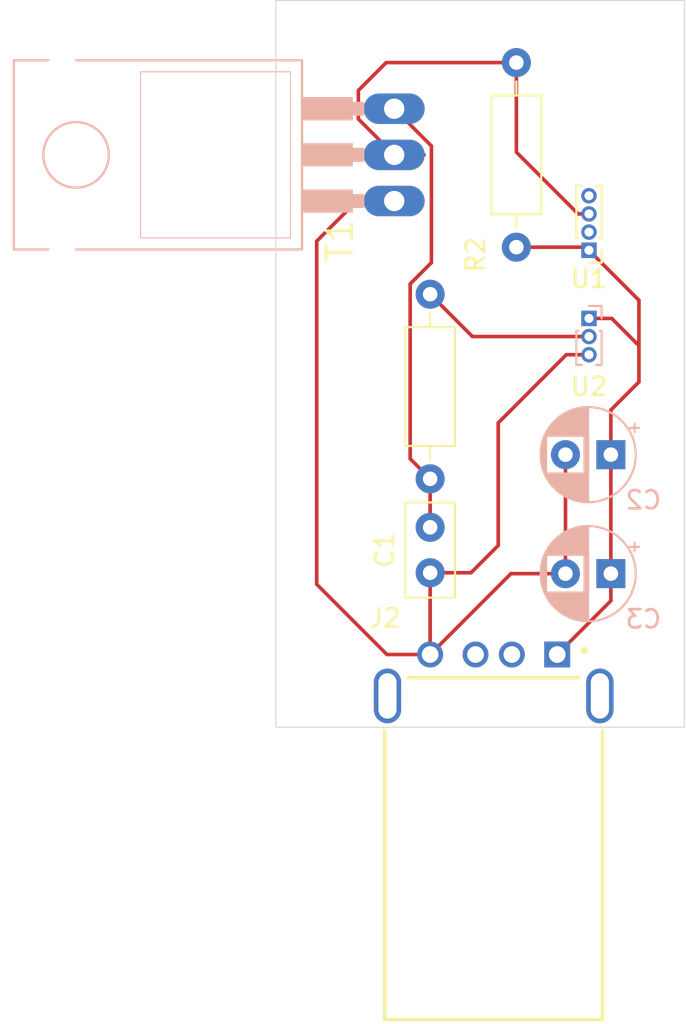
<source format=kicad_pcb>
(kicad_pcb (version 20240108) (generator "pcbnew") (generator_version "8.0")
  (title_block (date "2024-08-25") (rev "A") (company "Rullo Corporation"))
  (layers (0 "F.Cu" signal) (31 "B.Cu" signal) (34 "B.Paste" user) (35 "F.Paste" user) (36 "B.SilkS" user "B.Silkscreen") (37 "F.SilkS" user "F.Silkscreen") (38 "B.Mask" user) (39 "F.Mask" user) (44 "Edge.Cuts" user))
  (net 0 "")
  (net 1 "Net-(C1-Pad2)")
  (net 2 "Net-(U2-SIG)")
  (net 3 "Net-(U1-R)")
  (net 4 "GNDREF")
  (net 5 "VCC")
  (net 8 "Net-(J2-SHIELD-PadS1)")
  (footprint "Resistor_THT:R_Axial_DIN0207_L6.3mm_D2.5mm_P10.16mm_Horizontal" (layer "F.Cu") (at 175.75 70.92 -90)
    (property "Reference" "R2" (at 10.58 2.25 90) (layer "F.SilkS"))
    (property "Value" "10K" (hide yes))
    (fp_line (start 1.81 1.37) (end 8.35 1.37) (stroke (width 0.12)) (layer "F.SilkS"))
    (fp_line (start 8.35 1.37) (end 8.35 -1.37) (stroke (width 0.12)) (layer "F.SilkS"))
    (fp_line (start 1.04 0) (end 1.81 0) (stroke (width 0.12)) (layer "F.SilkS"))
    (fp_line (start 9.12 0) (end 8.35 0) (stroke (width 0.12)) (layer "F.SilkS"))
    (fp_line (start 1.81 -1.37) (end 1.81 1.37) (stroke (width 0.12)) (layer "F.SilkS"))
    (fp_line (start 8.35 -1.37) (end 1.81 -1.37) (stroke (width 0.12)) (layer "F.SilkS"))
    (pad "1" thru_hole circle (at 0 0 270) (size 1.6 1.6) (drill 0.8) (layers "*.Cu" "*.Mask") (net 3 "Net-(U1-R)"))
    (pad "2" thru_hole oval (at 10.16 0 270) (size 1.6 1.6) (drill 0.8) (layers "*.Cu" "*.Mask") (net 5 "VCC"))
  )
  (footprint "Connector_PinHeader_1.00mm:PinHeader_1x04_P1.00mm_Vertical" (layer "F.Cu") (at 179.75 81.25 180)
    (property "Reference" "U1" (at 0 -1.56 0) (layer "F.SilkS"))
    (property "Value" "RGB_STRIP" (hide yes))
    (fp_line (start 0.695 0.685) (end 0.695 3.56) (stroke (width 0.12)) (layer "F.SilkS"))
    (fp_line (start 0.608276 0.685) (end 0.695 0.685) (stroke (width 0.12)) (layer "F.SilkS"))
    (fp_line (start 0.394493 3.56) (end 0.695 3.56) (stroke (width 0.12)) (layer "F.SilkS"))
    (fp_line (start -0.695 3.56) (end -0.394493 3.56) (stroke (width 0.12)) (layer "F.SilkS"))
    (fp_line (start -0.695 0.685) (end -0.608276 0.685) (stroke (width 0.12)) (layer "F.SilkS"))
    (fp_line (start -0.695 0.685) (end -0.695 3.56) (stroke (width 0.12)) (layer "F.SilkS"))
    (fp_line (start -0.695 0) (end -0.695 -0.685) (stroke (width 0.12)) (layer "F.SilkS"))
    (fp_line (start -0.695 -0.685) (end 0 -0.685) (stroke (width 0.12)) (layer "F.SilkS"))
    (pad "1" thru_hole rect (at 0 0 180) (size 0.85 0.85) (drill 0.5) (layers "*.Cu" "*.Mask") (net 5 "VCC"))
    (pad "2" thru_hole oval (at 0 1 180) (size 0.85 0.85) (drill 0.5) (layers "*.Cu" "*.Mask"))
    (pad "3" thru_hole oval (at 0 2 180) (size 0.85 0.85) (drill 0.5) (layers "*.Cu" "*.Mask") (net 3 "Net-(U1-R)"))
    (pad "4" thru_hole oval (at 0 3 180) (size 0.85 0.85) (drill 0.5) (layers "*.Cu" "*.Mask"))
  )
  (footprint "Resistor_THT:R_Axial_DIN0207_L6.3mm_D2.5mm_P10.16mm_Horizontal" (layer "F.Cu") (at 171 83.67 -90)
    (property "Reference" "R1" (hide yes))
    (property "Value" "1K")
    (fp_line (start 1.81 1.37) (end 8.35 1.37) (stroke (width 0.12)) (layer "F.SilkS"))
    (fp_line (start 8.35 1.37) (end 8.35 -1.37) (stroke (width 0.12)) (layer "F.SilkS"))
    (fp_line (start 1.04 0) (end 1.81 0) (stroke (width 0.12)) (layer "F.SilkS"))
    (fp_line (start 9.12 0) (end 8.35 0) (stroke (width 0.12)) (layer "F.SilkS"))
    (fp_line (start 1.81 -1.37) (end 1.81 1.37) (stroke (width 0.12)) (layer "F.SilkS"))
    (fp_line (start 8.35 -1.37) (end 1.81 -1.37) (stroke (width 0.12)) (layer "F.SilkS"))
    (pad "1" thru_hole circle (at 0 0 270) (size 1.6 1.6) (drill 0.8) (layers "*.Cu" "*.Mask") (net 2 "Net-(U2-SIG)"))
    (pad "2" thru_hole oval (at 10.16 0 270) (size 1.6 1.6) (drill 0.8) (layers "*.Cu" "*.Mask") (net 1 "Net-(C1-Pad2)"))
  )
  (footprint "Capacitor_THT:C_Disc_D5.0mm_W2.5mm_P2.50mm" (layer "F.Cu") (at 171 99 90)
    (property "Reference" "C1" (at 1.25 -2.5 90) (layer "F.SilkS"))
    (property "Value" "10nF" (hide yes))
    (fp_line (start 3.87 -1.37) (end 3.87 1.37) (stroke (width 0.12)) (layer "F.SilkS"))
    (fp_line (start -1.37 -1.37) (end 3.87 -1.37) (stroke (width 0.12)) (layer "F.SilkS"))
    (fp_line (start -1.37 -1.37) (end -1.37 1.37) (stroke (width 0.12)) (layer "F.SilkS"))
    (fp_line (start -1.37 1.37) (end 3.87 1.37) (stroke (width 0.12)) (layer "F.SilkS"))
    (pad "1" thru_hole circle (at 0 0 90) (size 1.6 1.6) (drill 0.8) (layers "*.Cu" "*.Mask") (net 4 "GNDREF"))
    (pad "2" thru_hole circle (at 2.5 0 90) (size 1.6 1.6) (drill 0.8) (layers "*.Cu" "*.Mask") (net 1 "Net-(C1-Pad2)"))
  )
  (footprint "02-USB-AM-S-X-X-TH:SAMTEC_USB-AM-S-X-X-TH" (layer "F.Cu") (at 174.5 105.78)
    (property "Reference" "J2" (at -6 -4.28 0) (layer "F.SilkS"))
    (property "Value" "USB-A" (hide yes))
    (fp_line (start -6 17.8) (end -6 1.9) (stroke (width 0.2)) (layer "F.SilkS"))
    (fp_line (start -4.7 -1) (end 4.7 -1) (stroke (width 0.2)) (layer "F.SilkS"))
    (fp_line (start 6 1.9) (end 6 17.8) (stroke (width 0.2)) (layer "F.SilkS"))
    (fp_line (start 6 17.8) (end -6 17.8) (stroke (width 0.2)) (layer "F.SilkS"))
    (fp_circle (center 5 -2.5) (end 5.1 -2.5) (stroke (width 0.2)) (fill none) (layer "F.SilkS"))
    (pad "" np_thru_hole circle (at -2.3 0.35) (size 1.1 1.1) (drill 1.1) (layers "*.Cu" "*.Mask"))
    (pad "" np_thru_hole circle (at 2.3 0.35) (size 1.1 1.1) (drill 1.1) (layers "*.Cu" "*.Mask"))
    (pad "01" thru_hole rect (at 3.5 -2.28) (size 1.428 1.428) (drill 0.92) (layers "*.Cu" "*.Mask") (net 5 "VCC"))
    (pad "02" thru_hole circle (at 1 -2.28) (size 1.428 1.428) (drill 0.92) (layers "*.Cu" "*.Mask"))
    (pad "03" thru_hole circle (at -1 -2.28) (size 1.428 1.428) (drill 0.92) (layers "*.Cu" "*.Mask"))
    (pad "04" thru_hole circle (at -3.5 -2.28) (size 1.428 1.428) (drill 0.92) (layers "*.Cu" "*.Mask") (net 4 "GNDREF"))
    (pad "S1" thru_hole oval (at -5.85 0) (size 1.508 3.016) (drill oval 1 2.5) (layers "*.Cu" "*.Mask") (net 8 "Net-(J2-SHIELD-PadS1)"))
    (pad "S2" thru_hole oval (at 5.85 0) (size 1.508 3.016) (drill oval 1 2.5) (layers "*.Cu" "*.Mask") (net 8 "Net-(J2-SHIELD-PadS1)"))
  )
  (footprint "Capacitor_THT:CP_Radial_D5.0mm_P2.50mm" (layer "B.Cu") (at 180.955113 92.5 180)
    (property "Reference" "C2" (at -1.794888 -2.5 0) (layer "B.SilkS") (effects (justify mirror)))
    (property "Value" "4.7uF" (hide yes))
    (fp_line (start 3.851 -0.284) (end 3.851 0.284) (stroke (width 0.12)) (layer "B.SilkS"))
    (fp_line (start 3.811 -0.518) (end 3.811 0.518) (stroke (width 0.12)) (layer "B.SilkS"))
    (fp_line (start 3.771 -0.677) (end 3.771 0.677) (stroke (width 0.12)) (layer "B.SilkS"))
    (fp_line (start 3.731 -0.805) (end 3.731 0.805) (stroke (width 0.12)) (layer "B.SilkS"))
    (fp_line (start 3.691 -0.915) (end 3.691 0.915) (stroke (width 0.12)) (layer "B.SilkS"))
    (fp_line (start 3.651 -1.011) (end 3.651 1.011) (stroke (width 0.12)) (layer "B.SilkS"))
    (fp_line (start 3.611 -1.098) (end 3.611 1.098) (stroke (width 0.12)) (layer "B.SilkS"))
    (fp_line (start 3.571 -1.178) (end 3.571 1.178) (stroke (width 0.12)) (layer "B.SilkS"))
    (fp_line (start 3.531 1.04) (end 3.531 1.251) (stroke (width 0.12)) (layer "B.SilkS"))
    (fp_line (start 3.531 -1.251) (end 3.531 -1.04) (stroke (width 0.12)) (layer "B.SilkS"))
    (fp_line (start 3.491 1.04) (end 3.491 1.319) (stroke (width 0.12)) (layer "B.SilkS"))
    (fp_line (start 3.491 -1.319) (end 3.491 -1.04) (stroke (width 0.12)) (layer "B.SilkS"))
    (fp_line (start 3.451 1.04) (end 3.451 1.383) (stroke (width 0.12)) (layer "B.SilkS"))
    (fp_line (start 3.451 -1.383) (end 3.451 -1.04) (stroke (width 0.12)) (layer "B.SilkS"))
    (fp_line (start 3.411 1.04) (end 3.411 1.443) (stroke (width 0.12)) (layer "B.SilkS"))
    (fp_line (start 3.411 -1.443) (end 3.411 -1.04) (stroke (width 0.12)) (layer "B.SilkS"))
    (fp_line (start 3.371 1.04) (end 3.371 1.5) (stroke (width 0.12)) (layer "B.SilkS"))
    (fp_line (start 3.371 -1.5) (end 3.371 -1.04) (stroke (width 0.12)) (layer "B.SilkS"))
    (fp_line (start 3.331 1.04) (end 3.331 1.554) (stroke (width 0.12)) (layer "B.SilkS"))
    (fp_line (start 3.331 -1.554) (end 3.331 -1.04) (stroke (width 0.12)) (layer "B.SilkS"))
    (fp_line (start 3.291 1.04) (end 3.291 1.605) (stroke (width 0.12)) (layer "B.SilkS"))
    (fp_line (start 3.291 -1.605) (end 3.291 -1.04) (stroke (width 0.12)) (layer "B.SilkS"))
    (fp_line (start 3.251 1.04) (end 3.251 1.653) (stroke (width 0.12)) (layer "B.SilkS"))
    (fp_line (start 3.251 -1.653) (end 3.251 -1.04) (stroke (width 0.12)) (layer "B.SilkS"))
    (fp_line (start 3.211 1.04) (end 3.211 1.699) (stroke (width 0.12)) (layer "B.SilkS"))
    (fp_line (start 3.211 -1.699) (end 3.211 -1.04) (stroke (width 0.12)) (layer "B.SilkS"))
    (fp_line (start 3.171 1.04) (end 3.171 1.743) (stroke (width 0.12)) (layer "B.SilkS"))
    (fp_line (start 3.171 -1.743) (end 3.171 -1.04) (stroke (width 0.12)) (layer "B.SilkS"))
    (fp_line (start 3.131 1.04) (end 3.131 1.785) (stroke (width 0.12)) (layer "B.SilkS"))
    (fp_line (start 3.131 -1.785) (end 3.131 -1.04) (stroke (width 0.12)) (layer "B.SilkS"))
    (fp_line (start 3.091 1.04) (end 3.091 1.826) (stroke (width 0.12)) (layer "B.SilkS"))
    (fp_line (start 3.091 -1.826) (end 3.091 -1.04) (stroke (width 0.12)) (layer "B.SilkS"))
    (fp_line (start 3.051 1.04) (end 3.051 1.864) (stroke (width 0.12)) (layer "B.SilkS"))
    (fp_line (start 3.051 -1.864) (end 3.051 -1.04) (stroke (width 0.12)) (layer "B.SilkS"))
    (fp_line (start 3.011 1.04) (end 3.011 1.901) (stroke (width 0.12)) (layer "B.SilkS"))
    (fp_line (start 3.011 -1.901) (end 3.011 -1.04) (stroke (width 0.12)) (layer "B.SilkS"))
    (fp_line (start 2.971 1.04) (end 2.971 1.937) (stroke (width 0.12)) (layer "B.SilkS"))
    (fp_line (start 2.971 -1.937) (end 2.971 -1.04) (stroke (width 0.12)) (layer "B.SilkS"))
    (fp_line (start 2.931 1.04) (end 2.931 1.971) (stroke (width 0.12)) (layer "B.SilkS"))
    (fp_line (start 2.931 -1.971) (end 2.931 -1.04) (stroke (width 0.12)) (layer "B.SilkS"))
    (fp_line (start 2.891 1.04) (end 2.891 2.004) (stroke (width 0.12)) (layer "B.SilkS"))
    (fp_line (start 2.891 -2.004) (end 2.891 -1.04) (stroke (width 0.12)) (layer "B.SilkS"))
    (fp_line (start 2.851 1.04) (end 2.851 2.035) (stroke (width 0.12)) (layer "B.SilkS"))
    (fp_line (start 2.851 -2.035) (end 2.851 -1.04) (stroke (width 0.12)) (layer "B.SilkS"))
    (fp_line (start 2.811 1.04) (end 2.811 2.065) (stroke (width 0.12)) (layer "B.SilkS"))
    (fp_line (start 2.811 -2.065) (end 2.811 -1.04) (stroke (width 0.12)) (layer "B.SilkS"))
    (fp_line (start 2.771 1.04) (end 2.771 2.095) (stroke (width 0.12)) (layer "B.SilkS"))
    (fp_line (start 2.771 -2.095) (end 2.771 -1.04) (stroke (width 0.12)) (layer "B.SilkS"))
    (fp_line (start 2.731 1.04) (end 2.731 2.122) (stroke (width 0.12)) (layer "B.SilkS"))
    (fp_line (start 2.731 -2.122) (end 2.731 -1.04) (stroke (width 0.12)) (layer "B.SilkS"))
    (fp_line (start 2.691 1.04) (end 2.691 2.149) (stroke (width 0.12)) (layer "B.SilkS"))
    (fp_line (start 2.691 -2.149) (end 2.691 -1.04) (stroke (width 0.12)) (layer "B.SilkS"))
    (fp_line (start 2.651 1.04) (end 2.651 2.175) (stroke (width 0.12)) (layer "B.SilkS"))
    (fp_line (start 2.651 -2.175) (end 2.651 -1.04) (stroke (width 0.12)) (layer "B.SilkS"))
    (fp_line (start 2.611 1.04) (end 2.611 2.2) (stroke (width 0.12)) (layer "B.SilkS"))
    (fp_line (start 2.611 -2.2) (end 2.611 -1.04) (stroke (width 0.12)) (layer "B.SilkS"))
    (fp_line (start 2.571 1.04) (end 2.571 2.224) (stroke (width 0.12)) (layer "B.SilkS"))
    (fp_line (start 2.571 -2.224) (end 2.571 -1.04) (stroke (width 0.12)) (layer "B.SilkS"))
    (fp_line (start 2.531 1.04) (end 2.531 2.247) (stroke (width 0.12)) (layer "B.SilkS"))
    (fp_line (start 2.531 -2.247) (end 2.531 -1.04) (stroke (width 0.12)) (layer "B.SilkS"))
    (fp_line (start 2.491 1.04) (end 2.491 2.268) (stroke (width 0.12)) (layer "B.SilkS"))
    (fp_line (start 2.491 -2.268) (end 2.491 -1.04) (stroke (width 0.12)) (layer "B.SilkS"))
    (fp_line (start 2.451 1.04) (end 2.451 2.29) (stroke (width 0.12)) (layer "B.SilkS"))
    (fp_line (start 2.451 -2.29) (end 2.451 -1.04) (stroke (width 0.12)) (layer "B.SilkS"))
    (fp_line (start 2.411 1.04) (end 2.411 2.31) (stroke (width 0.12)) (layer "B.SilkS"))
    (fp_line (start 2.411 -2.31) (end 2.411 -1.04) (stroke (width 0.12)) (layer "B.SilkS"))
    (fp_line (start 2.371 1.04) (end 2.371 2.329) (stroke (width 0.12)) (layer "B.SilkS"))
    (fp_line (start 2.371 -2.329) (end 2.371 -1.04) (stroke (width 0.12)) (layer "B.SilkS"))
    (fp_line (start 2.331 1.04) (end 2.331 2.348) (stroke (width 0.12)) (layer "B.SilkS"))
    (fp_line (start 2.331 -2.348) (end 2.331 -1.04) (stroke (width 0.12)) (layer "B.SilkS"))
    (fp_line (start 2.291 1.04) (end 2.291 2.365) (stroke (width 0.12)) (layer "B.SilkS"))
    (fp_line (start 2.291 -2.365) (end 2.291 -1.04) (stroke (width 0.12)) (layer "B.SilkS"))
    (fp_line (start 2.251 1.04) (end 2.251 2.382) (stroke (width 0.12)) (layer "B.SilkS"))
    (fp_line (start 2.251 -2.382) (end 2.251 -1.04) (stroke (width 0.12)) (layer "B.SilkS"))
    (fp_line (start 2.211 1.04) (end 2.211 2.398) (stroke (width 0.12)) (layer "B.SilkS"))
    (fp_line (start 2.211 -2.398) (end 2.211 -1.04) (stroke (width 0.12)) (layer "B.SilkS"))
    (fp_line (start 2.171 1.04) (end 2.171 2.414) (stroke (width 0.12)) (layer "B.SilkS"))
    (fp_line (start 2.171 -2.414) (end 2.171 -1.04) (stroke (width 0.12)) (layer "B.SilkS"))
    (fp_line (start 2.131 1.04) (end 2.131 2.428) (stroke (width 0.12)) (layer "B.SilkS"))
    (fp_line (start 2.131 -2.428) (end 2.131 -1.04) (stroke (width 0.12)) (layer "B.SilkS"))
    (fp_line (start 2.091 1.04) (end 2.091 2.442) (stroke (width 0.12)) (layer "B.SilkS"))
    (fp_line (start 2.091 -2.442) (end 2.091 -1.04) (stroke (width 0.12)) (layer "B.SilkS"))
    (fp_line (start 2.051 1.04) (end 2.051 2.455) (stroke (width 0.12)) (layer "B.SilkS"))
    (fp_line (start 2.051 -2.455) (end 2.051 -1.04) (stroke (width 0.12)) (layer "B.SilkS"))
    (fp_line (start 2.011 1.04) (end 2.011 2.468) (stroke (width 0.12)) (layer "B.SilkS"))
    (fp_line (start 2.011 -2.468) (end 2.011 -1.04) (stroke (width 0.12)) (layer "B.SilkS"))
    (fp_line (start 1.971 1.04) (end 1.971 2.48) (stroke (width 0.12)) (layer "B.SilkS"))
    (fp_line (start 1.971 -2.48) (end 1.971 -1.04) (stroke (width 0.12)) (layer "B.SilkS"))
    (fp_line (start 1.93 1.04) (end 1.93 2.491) (stroke (width 0.12)) (layer "B.SilkS"))
    (fp_line (start 1.93 -2.491) (end 1.93 -1.04) (stroke (width 0.12)) (layer "B.SilkS"))
    (fp_line (start 1.89 1.04) (end 1.89 2.501) (stroke (width 0.12)) (layer "B.SilkS"))
    (fp_line (start 1.89 -2.501) (end 1.89 -1.04) (stroke (width 0.12)) (layer "B.SilkS"))
    (fp_line (start 1.85 1.04) (end 1.85 2.511) (stroke (width 0.12)) (layer "B.SilkS"))
    (fp_line (start 1.85 -2.511) (end 1.85 -1.04) (stroke (width 0.12)) (layer "B.SilkS"))
    (fp_line (start 1.81 1.04) (end 1.81 2.52) (stroke (width 0.12)) (layer "B.SilkS"))
    (fp_line (start 1.81 -2.52) (end 1.81 -1.04) (stroke (width 0.12)) (layer "B.SilkS"))
    (fp_line (start 1.77 1.04) (end 1.77 2.528) (stroke (width 0.12)) (layer "B.SilkS"))
    (fp_line (start 1.77 -2.528) (end 1.77 -1.04) (stroke (width 0.12)) (layer "B.SilkS"))
    (fp_line (start 1.73 1.04) (end 1.73 2.536) (stroke (width 0.12)) (layer "B.SilkS"))
    (fp_line (start 1.73 -2.536) (end 1.73 -1.04) (stroke (width 0.12)) (layer "B.SilkS"))
    (fp_line (start 1.69 1.04) (end 1.69 2.543) (stroke (width 0.12)) (layer "B.SilkS"))
    (fp_line (start 1.69 -2.543) (end 1.69 -1.04) (stroke (width 0.12)) (layer "B.SilkS"))
    (fp_line (start 1.65 1.04) (end 1.65 2.55) (stroke (width 0.12)) (layer "B.SilkS"))
    (fp_line (start 1.65 -2.55) (end 1.65 -1.04) (stroke (width 0.12)) (layer "B.SilkS"))
    (fp_line (start 1.61 1.04) (end 1.61 2.556) (stroke (width 0.12)) (layer "B.SilkS"))
    (fp_line (start 1.61 -2.556) (end 1.61 -1.04) (stroke (width 0.12)) (layer "B.SilkS"))
    (fp_line (start 1.57 1.04) (end 1.57 2.561) (stroke (width 0.12)) (layer "B.SilkS"))
    (fp_line (start 1.57 -2.561) (end 1.57 -1.04) (stroke (width 0.12)) (layer "B.SilkS"))
    (fp_line (start 1.53 1.04) (end 1.53 2.565) (stroke (width 0.12)) (layer "B.SilkS"))
    (fp_line (start 1.53 -2.565) (end 1.53 -1.04) (stroke (width 0.12)) (layer "B.SilkS"))
    (fp_line (start 1.49 1.04) (end 1.49 2.569) (stroke (width 0.12)) (layer "B.SilkS"))
    (fp_line (start 1.49 -2.569) (end 1.49 -1.04) (stroke (width 0.12)) (layer "B.SilkS"))
    (fp_line (start 1.45 -2.573) (end 1.45 2.573) (stroke (width 0.12)) (layer "B.SilkS"))
    (fp_line (start 1.41 -2.576) (end 1.41 2.576) (stroke (width 0.12)) (layer "B.SilkS"))
    (fp_line (start 1.37 -2.578) (end 1.37 2.578) (stroke (width 0.12)) (layer "B.SilkS"))
    (fp_line (start 1.33 -2.579) (end 1.33 2.579) (stroke (width 0.12)) (layer "B.SilkS"))
    (fp_line (start 1.29 -2.58) (end 1.29 2.58) (stroke (width 0.12)) (layer "B.SilkS"))
    (fp_line (start 1.25 -2.58) (end 1.25 2.58) (stroke (width 0.12)) (layer "B.SilkS"))
    (fp_line (start -1.054775 1.475) (end -1.554775 1.475) (stroke (width 0.12)) (layer "B.SilkS"))
    (fp_line (start -1.304775 1.225) (end -1.304775 1.725) (stroke (width 0.12)) (layer "B.SilkS"))
    (fp_circle (center 1.25 0) (end 3.87 0) (stroke (width 0.12)) (fill none) (layer "B.SilkS"))
    (pad "1" thru_hole rect (at 0 0 180) (size 1.6 1.6) (drill 0.8) (layers "*.Cu" "*.Mask") (net 5 "VCC"))
    (pad "2" thru_hole circle (at 2.5 0 180) (size 1.6 1.6) (drill 0.8) (layers "*.Cu" "*.Mask") (net 4 "GNDREF"))
  )
  (footprint "01-TIP122:TIP122" (layer "B.Cu") (at 162.6703 76 -90)
    (property "Reference" "T1" (at 4.71 -3.35 -90) (layer "F.SilkS") (effects (font (size 1.401551 1.401551))))
    (property "Value" "TIP122" (hide yes))
    (fp_line (start -5.207 14.605) (end 5.207 14.605) (stroke (width 0.127)) (layer "B.SilkS"))
    (fp_line (start -5.207 14.605) (end -5.207 12.7) (stroke (width 0.127)) (layer "B.SilkS"))
    (fp_line (start 5.207 14.605) (end 5.207 12.7) (stroke (width 0.127)) (layer "B.SilkS"))
    (fp_line (start -5.207 11.176) (end -5.207 -1.27) (stroke (width 0.127)) (layer "B.SilkS"))
    (fp_line (start 5.207 11.176) (end 5.207 -1.27) (stroke (width 0.127)) (layer "B.SilkS"))
    (fp_line (start -4.572 7.62) (end 4.572 7.62) (stroke (width 0.0508)) (layer "B.SilkS"))
    (fp_line (start -4.572 7.62) (end -4.572 -0.635) (stroke (width 0.0508)) (layer "B.SilkS"))
    (fp_line (start 4.572 -0.635) (end 4.572 7.62) (stroke (width 0.0508)) (layer "B.SilkS"))
    (fp_line (start 4.572 -0.635) (end -4.572 -0.635) (stroke (width 0.0508)) (layer "B.SilkS"))
    (fp_line (start 5.207 -1.27) (end -5.207 -1.27) (stroke (width 0.127)) (layer "B.SilkS"))
    (fp_circle (center 0 11.176) (end 1.8034 11.176) (stroke (width 0.127)) (fill none) (layer "B.SilkS"))
    (fp_poly (pts (xy -3.17996 -1.27) (xy -1.905 -1.27) (xy -1.905 -4.07035) (xy -3.17996 -4.07035)) (stroke (width 0.01)) (fill solid) (layer "B.SilkS"))
    (fp_poly (pts (xy -0.635634 -1.27) (xy 0.635 -1.27) (xy 0.635 -4.06806) (xy -0.635634 -4.06806)) (stroke (width 0.01)) (fill solid) (layer "B.SilkS"))
    (fp_poly (pts (xy 1.90647 -1.27) (xy 3.175 -1.27) (xy 3.175 -4.06714) (xy 1.90647 -4.06714)) (stroke (width 0.01)) (fill solid) (layer "B.SilkS"))
    (fp_poly (pts (xy -2.92176 -4.064) (xy -2.159 -4.064) (xy -2.159 -4.70022) (xy -2.92176 -4.70022)) (stroke (width 0.01)) (fill solid) (layer "B.SilkS"))
    (fp_poly (pts (xy -0.381187 -4.064) (xy 0.381 -4.064) (xy 0.381 -4.70131) (xy -0.381187 -4.70131)) (stroke (width 0.01)) (fill solid) (layer "B.SilkS"))
    (fp_poly (pts (xy 2.15964 -4.064) (xy 2.921 -4.064) (xy 2.921 -4.70038) (xy 2.15964 -4.70038)) (stroke (width 0.01)) (fill solid) (layer "B.SilkS"))
    (pad "" np_thru_hole circle (at 0 11.176 270) (size 3.302 3.302) (drill 3.302) (layers "*.Cu" "*.Mask"))
    (pad "1" thru_hole oval (at -2.54 -6.35 270) (size 1.6764 3.3528) (drill 1.1176) (layers "*.Cu" "*.Mask") (net 1 "Net-(C1-Pad2)"))
    (pad "2" thru_hole oval (at 0 -6.35 270) (size 1.6764 3.3528) (drill 1.1176) (layers "*.Cu" "*.Mask") (net 3 "Net-(U1-R)"))
    (pad "3" thru_hole oval (at 2.54 -6.35 270) (size 1.6764 3.3528) (drill 1.1176) (layers "*.Cu" "*.Mask") (net 4 "GNDREF"))
  )
  (footprint "Capacitor_THT:CP_Radial_D5.0mm_P2.50mm" (layer "B.Cu") (at 180.955113 99.05 180)
    (property "Reference" "C3" (at -1.794888 -2.5 0) (layer "B.SilkS") (effects (justify mirror)))
    (property "Value" "100nF" (hide yes))
    (fp_line (start 3.851 -0.284) (end 3.851 0.284) (stroke (width 0.12)) (layer "B.SilkS"))
    (fp_line (start 3.811 -0.518) (end 3.811 0.518) (stroke (width 0.12)) (layer "B.SilkS"))
    (fp_line (start 3.771 -0.677) (end 3.771 0.677) (stroke (width 0.12)) (layer "B.SilkS"))
    (fp_line (start 3.731 -0.805) (end 3.731 0.805) (stroke (width 0.12)) (layer "B.SilkS"))
    (fp_line (start 3.691 -0.915) (end 3.691 0.915) (stroke (width 0.12)) (layer "B.SilkS"))
    (fp_line (start 3.651 -1.011) (end 3.651 1.011) (stroke (width 0.12)) (layer "B.SilkS"))
    (fp_line (start 3.611 -1.098) (end 3.611 1.098) (stroke (width 0.12)) (layer "B.SilkS"))
    (fp_line (start 3.571 -1.178) (end 3.571 1.178) (stroke (width 0.12)) (layer "B.SilkS"))
    (fp_line (start 3.531 1.04) (end 3.531 1.251) (stroke (width 0.12)) (layer "B.SilkS"))
    (fp_line (start 3.531 -1.251) (end 3.531 -1.04) (stroke (width 0.12)) (layer "B.SilkS"))
    (fp_line (start 3.491 1.04) (end 3.491 1.319) (stroke (width 0.12)) (layer "B.SilkS"))
    (fp_line (start 3.491 -1.319) (end 3.491 -1.04) (stroke (width 0.12)) (layer "B.SilkS"))
    (fp_line (start 3.451 1.04) (end 3.451 1.383) (stroke (width 0.12)) (layer "B.SilkS"))
    (fp_line (start 3.451 -1.383) (end 3.451 -1.04) (stroke (width 0.12)) (layer "B.SilkS"))
    (fp_line (start 3.411 1.04) (end 3.411 1.443) (stroke (width 0.12)) (layer "B.SilkS"))
    (fp_line (start 3.411 -1.443) (end 3.411 -1.04) (stroke (width 0.12)) (layer "B.SilkS"))
    (fp_line (start 3.371 1.04) (end 3.371 1.5) (stroke (width 0.12)) (layer "B.SilkS"))
    (fp_line (start 3.371 -1.5) (end 3.371 -1.04) (stroke (width 0.12)) (layer "B.SilkS"))
    (fp_line (start 3.331 1.04) (end 3.331 1.554) (stroke (width 0.12)) (layer "B.SilkS"))
    (fp_line (start 3.331 -1.554) (end 3.331 -1.04) (stroke (width 0.12)) (layer "B.SilkS"))
    (fp_line (start 3.291 1.04) (end 3.291 1.605) (stroke (width 0.12)) (layer "B.SilkS"))
    (fp_line (start 3.291 -1.605) (end 3.291 -1.04) (stroke (width 0.12)) (layer "B.SilkS"))
    (fp_line (start 3.251 1.04) (end 3.251 1.653) (stroke (width 0.12)) (layer "B.SilkS"))
    (fp_line (start 3.251 -1.653) (end 3.251 -1.04) (stroke (width 0.12)) (layer "B.SilkS"))
    (fp_line (start 3.211 1.04) (end 3.211 1.699) (stroke (width 0.12)) (layer "B.SilkS"))
    (fp_line (start 3.211 -1.699) (end 3.211 -1.04) (stroke (width 0.12)) (layer "B.SilkS"))
    (fp_line (start 3.171 1.04) (end 3.171 1.743) (stroke (width 0.12)) (layer "B.SilkS"))
    (fp_line (start 3.171 -1.743) (end 3.171 -1.04) (stroke (width 0.12)) (layer "B.SilkS"))
    (fp_line (start 3.131 1.04) (end 3.131 1.785) (stroke (width 0.12)) (layer "B.SilkS"))
    (fp_line (start 3.131 -1.785) (end 3.131 -1.04) (stroke (width 0.12)) (layer "B.SilkS"))
    (fp_line (start 3.091 1.04) (end 3.091 1.826) (stroke (width 0.12)) (layer "B.SilkS"))
    (fp_line (start 3.091 -1.826) (end 3.091 -1.04) (stroke (width 0.12)) (layer "B.SilkS"))
    (fp_line (start 3.051 1.04) (end 3.051 1.864) (stroke (width 0.12)) (layer "B.SilkS"))
    (fp_line (start 3.051 -1.864) (end 3.051 -1.04) (stroke (width 0.12)) (layer "B.SilkS"))
    (fp_line (start 3.011 1.04) (end 3.011 1.901) (stroke (width 0.12)) (layer "B.SilkS"))
    (fp_line (start 3.011 -1.901) (end 3.011 -1.04) (stroke (width 0.12)) (layer "B.SilkS"))
    (fp_line (start 2.971 1.04) (end 2.971 1.937) (stroke (width 0.12)) (layer "B.SilkS"))
    (fp_line (start 2.971 -1.937) (end 2.971 -1.04) (stroke (width 0.12)) (layer "B.SilkS"))
    (fp_line (start 2.931 1.04) (end 2.931 1.971) (stroke (width 0.12)) (layer "B.SilkS"))
    (fp_line (start 2.931 -1.971) (end 2.931 -1.04) (stroke (width 0.12)) (layer "B.SilkS"))
    (fp_line (start 2.891 1.04) (end 2.891 2.004) (stroke (width 0.12)) (layer "B.SilkS"))
    (fp_line (start 2.891 -2.004) (end 2.891 -1.04) (stroke (width 0.12)) (layer "B.SilkS"))
    (fp_line (start 2.851 1.04) (end 2.851 2.035) (stroke (width 0.12)) (layer "B.SilkS"))
    (fp_line (start 2.851 -2.035) (end 2.851 -1.04) (stroke (width 0.12)) (layer "B.SilkS"))
    (fp_line (start 2.811 1.04) (end 2.811 2.065) (stroke (width 0.12)) (layer "B.SilkS"))
    (fp_line (start 2.811 -2.065) (end 2.811 -1.04) (stroke (width 0.12)) (layer "B.SilkS"))
    (fp_line (start 2.771 1.04) (end 2.771 2.095) (stroke (width 0.12)) (layer "B.SilkS"))
    (fp_line (start 2.771 -2.095) (end 2.771 -1.04) (stroke (width 0.12)) (layer "B.SilkS"))
    (fp_line (start 2.731 1.04) (end 2.731 2.122) (stroke (width 0.12)) (layer "B.SilkS"))
    (fp_line (start 2.731 -2.122) (end 2.731 -1.04) (stroke (width 0.12)) (layer "B.SilkS"))
    (fp_line (start 2.691 1.04) (end 2.691 2.149) (stroke (width 0.12)) (layer "B.SilkS"))
    (fp_line (start 2.691 -2.149) (end 2.691 -1.04) (stroke (width 0.12)) (layer "B.SilkS"))
    (fp_line (start 2.651 1.04) (end 2.651 2.175) (stroke (width 0.12)) (layer "B.SilkS"))
    (fp_line (start 2.651 -2.175) (end 2.651 -1.04) (stroke (width 0.12)) (layer "B.SilkS"))
    (fp_line (start 2.611 1.04) (end 2.611 2.2) (stroke (width 0.12)) (layer "B.SilkS"))
    (fp_line (start 2.611 -2.2) (end 2.611 -1.04) (stroke (width 0.12)) (layer "B.SilkS"))
    (fp_line (start 2.571 1.04) (end 2.571 2.224) (stroke (width 0.12)) (layer "B.SilkS"))
    (fp_line (start 2.571 -2.224) (end 2.571 -1.04) (stroke (width 0.12)) (layer "B.SilkS"))
    (fp_line (start 2.531 1.04) (end 2.531 2.247) (stroke (width 0.12)) (layer "B.SilkS"))
    (fp_line (start 2.531 -2.247) (end 2.531 -1.04) (stroke (width 0.12)) (layer "B.SilkS"))
    (fp_line (start 2.491 1.04) (end 2.491 2.268) (stroke (width 0.12)) (layer "B.SilkS"))
    (fp_line (start 2.491 -2.268) (end 2.491 -1.04) (stroke (width 0.12)) (layer "B.SilkS"))
    (fp_line (start 2.451 1.04) (end 2.451 2.29) (stroke (width 0.12)) (layer "B.SilkS"))
    (fp_line (start 2.451 -2.29) (end 2.451 -1.04) (stroke (width 0.12)) (layer "B.SilkS"))
    (fp_line (start 2.411 1.04) (end 2.411 2.31) (stroke (width 0.12)) (layer "B.SilkS"))
    (fp_line (start 2.411 -2.31) (end 2.411 -1.04) (stroke (width 0.12)) (layer "B.SilkS"))
    (fp_line (start 2.371 1.04) (end 2.371 2.329) (stroke (width 0.12)) (layer "B.SilkS"))
    (fp_line (start 2.371 -2.329) (end 2.371 -1.04) (stroke (width 0.12)) (layer "B.SilkS"))
    (fp_line (start 2.331 1.04) (end 2.331 2.348) (stroke (width 0.12)) (layer "B.SilkS"))
    (fp_line (start 2.331 -2.348) (end 2.331 -1.04) (stroke (width 0.12)) (layer "B.SilkS"))
    (fp_line (start 2.291 1.04) (end 2.291 2.365) (stroke (width 0.12)) (layer "B.SilkS"))
    (fp_line (start 2.291 -2.365) (end 2.291 -1.04) (stroke (width 0.12)) (layer "B.SilkS"))
    (fp_line (start 2.251 1.04) (end 2.251 2.382) (stroke (width 0.12)) (layer "B.SilkS"))
    (fp_line (start 2.251 -2.382) (end 2.251 -1.04) (stroke (width 0.12)) (layer "B.SilkS"))
    (fp_line (start 2.211 1.04) (end 2.211 2.398) (stroke (width 0.12)) (layer "B.SilkS"))
    (fp_line (start 2.211 -2.398) (end 2.211 -1.04) (stroke (width 0.12)) (layer "B.SilkS"))
    (fp_line (start 2.171 1.04) (end 2.171 2.414) (stroke (width 0.12)) (layer "B.SilkS"))
    (fp_line (start 2.171 -2.414) (end 2.171 -1.04) (stroke (width 0.12)) (layer "B.SilkS"))
    (fp_line (start 2.131 1.04) (end 2.131 2.428) (stroke (width 0.12)) (layer "B.SilkS"))
    (fp_line (start 2.131 -2.428) (end 2.131 -1.04) (stroke (width 0.12)) (layer "B.SilkS"))
    (fp_line (start 2.091 1.04) (end 2.091 2.442) (stroke (width 0.12)) (layer "B.SilkS"))
    (fp_line (start 2.091 -2.442) (end 2.091 -1.04) (stroke (width 0.12)) (layer "B.SilkS"))
    (fp_line (start 2.051 1.04) (end 2.051 2.455) (stroke (width 0.12)) (layer "B.SilkS"))
    (fp_line (start 2.051 -2.455) (end 2.051 -1.04) (stroke (width 0.12)) (layer "B.SilkS"))
    (fp_line (start 2.011 1.04) (end 2.011 2.468) (stroke (width 0.12)) (layer "B.SilkS"))
    (fp_line (start 2.011 -2.468) (end 2.011 -1.04) (stroke (width 0.12)) (layer "B.SilkS"))
    (fp_line (start 1.971 1.04) (end 1.971 2.48) (stroke (width 0.12)) (layer "B.SilkS"))
    (fp_line (start 1.971 -2.48) (end 1.971 -1.04) (stroke (width 0.12)) (layer "B.SilkS"))
    (fp_line (start 1.93 1.04) (end 1.93 2.491) (stroke (width 0.12)) (layer "B.SilkS"))
    (fp_line (start 1.93 -2.491) (end 1.93 -1.04) (stroke (width 0.12)) (layer "B.SilkS"))
    (fp_line (start 1.89 1.04) (end 1.89 2.501) (stroke (width 0.12)) (layer "B.SilkS"))
    (fp_line (start 1.89 -2.501) (end 1.89 -1.04) (stroke (width 0.12)) (layer "B.SilkS"))
    (fp_line (start 1.85 1.04) (end 1.85 2.511) (stroke (width 0.12)) (layer "B.SilkS"))
    (fp_line (start 1.85 -2.511) (end 1.85 -1.04) (stroke (width 0.12)) (layer "B.SilkS"))
    (fp_line (start 1.81 1.04) (end 1.81 2.52) (stroke (width 0.12)) (layer "B.SilkS"))
    (fp_line (start 1.81 -2.52) (end 1.81 -1.04) (stroke (width 0.12)) (layer "B.SilkS"))
    (fp_line (start 1.77 1.04) (end 1.77 2.528) (stroke (width 0.12)) (layer "B.SilkS"))
    (fp_line (start 1.77 -2.528) (end 1.77 -1.04) (stroke (width 0.12)) (layer "B.SilkS"))
    (fp_line (start 1.73 1.04) (end 1.73 2.536) (stroke (width 0.12)) (layer "B.SilkS"))
    (fp_line (start 1.73 -2.536) (end 1.73 -1.04) (stroke (width 0.12)) (layer "B.SilkS"))
    (fp_line (start 1.69 1.04) (end 1.69 2.543) (stroke (width 0.12)) (layer "B.SilkS"))
    (fp_line (start 1.69 -2.543) (end 1.69 -1.04) (stroke (width 0.12)) (layer "B.SilkS"))
    (fp_line (start 1.65 1.04) (end 1.65 2.55) (stroke (width 0.12)) (layer "B.SilkS"))
    (fp_line (start 1.65 -2.55) (end 1.65 -1.04) (stroke (width 0.12)) (layer "B.SilkS"))
    (fp_line (start 1.61 1.04) (end 1.61 2.556) (stroke (width 0.12)) (layer "B.SilkS"))
    (fp_line (start 1.61 -2.556) (end 1.61 -1.04) (stroke (width 0.12)) (layer "B.SilkS"))
    (fp_line (start 1.57 1.04) (end 1.57 2.561) (stroke (width 0.12)) (layer "B.SilkS"))
    (fp_line (start 1.57 -2.561) (end 1.57 -1.04) (stroke (width 0.12)) (layer "B.SilkS"))
    (fp_line (start 1.53 1.04) (end 1.53 2.565) (stroke (width 0.12)) (layer "B.SilkS"))
    (fp_line (start 1.53 -2.565) (end 1.53 -1.04) (stroke (width 0.12)) (layer "B.SilkS"))
    (fp_line (start 1.49 1.04) (end 1.49 2.569) (stroke (width 0.12)) (layer "B.SilkS"))
    (fp_line (start 1.49 -2.569) (end 1.49 -1.04) (stroke (width 0.12)) (layer "B.SilkS"))
    (fp_line (start 1.45 -2.573) (end 1.45 2.573) (stroke (width 0.12)) (layer "B.SilkS"))
    (fp_line (start 1.41 -2.576) (end 1.41 2.576) (stroke (width 0.12)) (layer "B.SilkS"))
    (fp_line (start 1.37 -2.578) (end 1.37 2.578) (stroke (width 0.12)) (layer "B.SilkS"))
    (fp_line (start 1.33 -2.579) (end 1.33 2.579) (stroke (width 0.12)) (layer "B.SilkS"))
    (fp_line (start 1.29 -2.58) (end 1.29 2.58) (stroke (width 0.12)) (layer "B.SilkS"))
    (fp_line (start 1.25 -2.58) (end 1.25 2.58) (stroke (width 0.12)) (layer "B.SilkS"))
    (fp_line (start -1.054775 1.475) (end -1.554775 1.475) (stroke (width 0.12)) (layer "B.SilkS"))
    (fp_line (start -1.304775 1.225) (end -1.304775 1.725) (stroke (width 0.12)) (layer "B.SilkS"))
    (fp_circle (center 1.25 0) (end 3.87 0) (stroke (width 0.12)) (fill none) (layer "B.SilkS"))
    (pad "1" thru_hole rect (at 0 0 180) (size 1.6 1.6) (drill 0.8) (layers "*.Cu" "*.Mask") (net 5 "VCC"))
    (pad "2" thru_hole circle (at 2.5 0 180) (size 1.6 1.6) (drill 0.8) (layers "*.Cu" "*.Mask") (net 4 "GNDREF"))
  )
  (footprint "Connector_PinHeader_1.00mm:PinHeader_1x03_P1.00mm_Vertical" (layer "B.Cu") (at 179.75 85 180)
    (property "Reference" "U2" (at 0 -3.75 0) (layer "F.SilkS"))
    (property "Value" "HC-SR501" (hide yes))
    (fp_line (start 0.695 -0.685) (end 0.608276 -0.685) (stroke (width 0.12)) (layer "B.SilkS"))
    (fp_line (start 0.695 -2.56) (end 0.695 -0.685) (stroke (width 0.12)) (layer "B.SilkS"))
    (fp_line (start 0.695 -2.56) (end 0.394493 -2.56) (stroke (width 0.12)) (layer "B.SilkS"))
    (fp_line (start 0 0.685) (end -0.695 0.685) (stroke (width 0.12)) (layer "B.SilkS"))
    (fp_line (start -0.394493 -2.56) (end -0.695 -2.56) (stroke (width 0.12)) (layer "B.SilkS"))
    (fp_line (start -0.608276 -0.685) (end -0.695 -0.685) (stroke (width 0.12)) (layer "B.SilkS"))
    (fp_line (start -0.695 0.685) (end -0.695 0) (stroke (width 0.12)) (layer "B.SilkS"))
    (fp_line (start -0.695 -2.56) (end -0.695 -0.685) (stroke (width 0.12)) (layer "B.SilkS"))
    (pad "1" thru_hole rect (at 0 0 180) (size 0.85 0.85) (drill 0.5) (layers "*.Cu" "*.Mask") (net 5 "VCC"))
    (pad "2" thru_hole oval (at 0 -1 180) (size 0.85 0.85) (drill 0.5) (layers "*.Cu" "*.Mask") (net 2 "Net-(U2-SIG)"))
    (pad "3" thru_hole oval (at 0 -2 180) (size 0.85 0.85) (drill 0.5) (layers "*.Cu" "*.Mask") (net 4 "GNDREF"))
  )
  (gr_rect (start 162.5 67.5) (end 185 107.5) (stroke (width 0.05)) (fill none) (layer "Edge.Cuts"))
  (segment (start 171.07 81.93) (end 169.9 83.1) (width 0.2) (layer "F.Cu") (net 1))
  (segment (start 169.9 83.1) (end 169.9 92.73) (width 0.2) (layer "F.Cu") (net 1))
  (segment (start 171 93.83) (end 171 96.5) (width 0.2) (layer "F.Cu") (net 1))
  (segment (start 171.07 75.5097) (end 171.07 81.93) (width 0.2) (layer "F.Cu") (net 1))
  (segment (start 169.9 92.73) (end 171 93.83) (width 0.2) (layer "F.Cu") (net 1))
  (segment (start 169.0203 73.46) (end 171.07 75.5097) (width 0.2) (layer "F.Cu") (net 1))
  (segment (start 179.75 86) (end 173.33 86) (width 0.2) (layer "F.Cu") (net 2))
  (segment (start 171 83.67) (end 173.33 86) (width 0.2) (layer "F.Cu") (net 2))
  (segment (start 179.14896 79.25) (end 179.75 79.25) (width 0.2) (layer "F.Cu") (net 3))
  (segment (start 167.0439 72.4561) (end 168.58 70.92) (width 0.2) (layer "F.Cu") (net 3))
  (segment (start 169.0203 76) (end 167.0439 74.0236) (width 0.2) (layer "F.Cu") (net 3))
  (segment (start 169.0203 76) (end 170.67 76) (width 0.2) (layer "F.Cu") (net 3))
  (segment (start 175.75 70.92) (end 175.75 71.2703) (width 0.2) (layer "F.Cu") (net 3))
  (segment (start 175.75 75.85104) (end 179.14896 79.25) (width 0.2) (layer "F.Cu") (net 3))
  (segment (start 167.0439 74.0236) (end 167.0439 72.4561) (width 0.2) (layer "F.Cu") (net 3))
  (segment (start 169.0203 76) (end 167.75 76) (width 0.2) (layer "F.Cu") (net 3))
  (segment (start 175.75 70.92) (end 175.75 75.85104) (width 0.2) (layer "F.Cu") (net 3))
  (segment (start 168.58 70.92) (end 175.75 70.92) (width 0.2) (layer "F.Cu") (net 3))
  (segment (start 178.5 87) (end 174.75 90.75) (width 0.2) (layer "F.Cu") (net 4))
  (segment (start 174.75 90.75) (end 174.75 97.5) (width 0.2) (layer "F.Cu") (net 4))
  (segment (start 175.45 99.05) (end 178.455113 99.05) (width 0.2) (layer "F.Cu") (net 4))
  (segment (start 178.455113 92.5) (end 178.455113 99.05) (width 0.2) (layer "F.Cu") (net 4))
  (segment (start 173.25 99) (end 171 99) (width 0.2) (layer "F.Cu") (net 4))
  (segment (start 174.75 97.5) (end 173.25 99) (width 0.2) (layer "F.Cu") (net 4))
  (segment (start 164.75 99.635419) (end 168.614581 103.5) (width 0.2) (layer "F.Cu") (net 4))
  (segment (start 179.75 87) (end 178.5 87) (width 0.2) (layer "F.Cu") (net 4))
  (segment (start 164.75 80.75) (end 164.75 99.635419) (width 0.2) (layer "F.Cu") (net 4))
  (segment (start 168.614581 103.5) (end 171 103.5) (width 0.2) (layer "F.Cu") (net 4))
  (segment (start 171 103.5) (end 171 99) (width 0.2) (layer "F.Cu") (net 4))
  (segment (start 171 103.5) (end 175.45 99.05) (width 0.2) (layer "F.Cu") (net 4))
  (segment (start 169.0203 78.54) (end 166.96 78.54) (width 0.2) (layer "F.Cu") (net 4))
  (segment (start 166.96 78.54) (end 164.75 80.75) (width 0.2) (layer "F.Cu") (net 4))
  (segment (start 182.5 88.5) (end 182.5 86.25) (width 0.2) (layer "F.Cu") (net 5))
  (segment (start 175.75 81.08) (end 179.58 81.08) (width 0.2) (layer "F.Cu") (net 5))
  (segment (start 179.75 85) (end 181 85) (width 0.2) (layer "F.Cu") (net 5))
  (segment (start 181 85) (end 182.5 86.5) (width 0.2) (layer "F.Cu") (net 5))
  (segment (start 179.58 81.08) (end 179.75 81.25) (width 0.2) (layer "F.Cu") (net 5))
  (segment (start 182.5 84) (end 179.75 81.25) (width 0.2) (layer "F.Cu") (net 5))
  (segment (start 182.5 86.5) (end 182.5 86.25) (width 0.2) (layer "F.Cu") (net 5))
  (segment (start 180.955113 100.544887) (end 178 103.5) (width 0.2) (layer "F.Cu") (net 5))
  (segment (start 178 103.5) (end 178 103.25) (width 0.2) (layer "F.Cu") (net 5))
  (segment (start 180.955113 90.044887) (end 182.5 88.5) (width 0.2) (layer "F.Cu") (net 5))
  (segment (start 178 103.25) (end 178.044888 103.205112) (width 0.2) (layer "F.Cu") (net 5))
  (segment (start 180.955113 99.05) (end 180.955113 92.5) (width 0.2) (layer "F.Cu") (net 5))
  (segment (start 180.955113 92.5) (end 180.955113 90.044887) (width 0.2) (layer "F.Cu") (net 5))
  (segment (start 180.955113 99.05) (end 180.955113 100.544887) (width 0.2) (layer "F.Cu") (net 5))
  (segment (start 182.5 86.25) (end 182.5 84) (width 0.2) (layer "F.Cu") (net 5))
)
</source>
